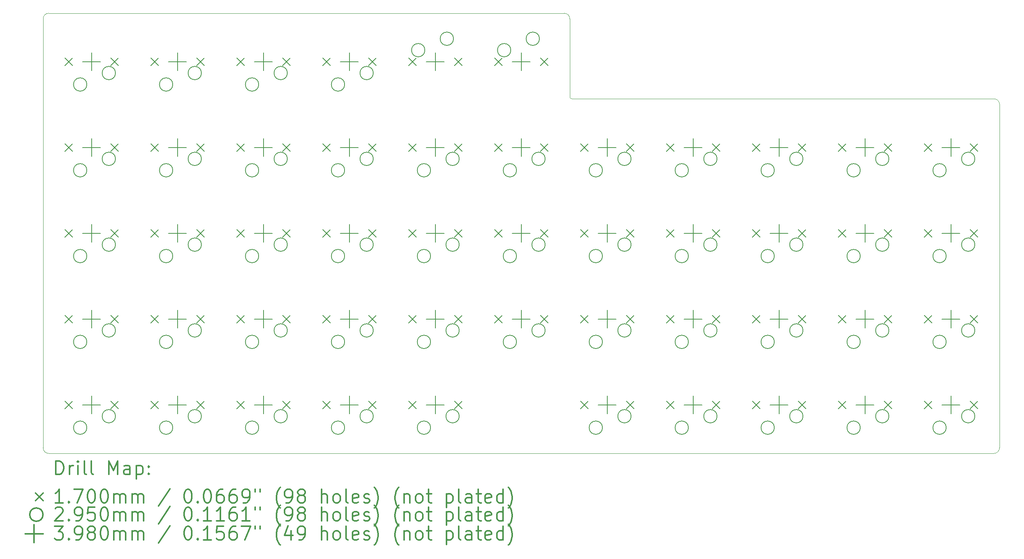
<source format=gbr>
%FSLAX45Y45*%
G04 Gerber Fmt 4.5, Leading zero omitted, Abs format (unit mm)*
G04 Created by KiCad (PCBNEW (5.1.10)-1) date 2021-10-22 01:43:09*
%MOMM*%
%LPD*%
G01*
G04 APERTURE LIST*
%TA.AperFunction,Profile*%
%ADD10C,0.050000*%
%TD*%
%ADD11C,0.200000*%
%ADD12C,0.300000*%
G04 APERTURE END LIST*
D10*
X15642500Y-5825000D02*
X25000000Y-5825000D01*
X15600000Y-5782500D02*
X15600000Y-4050000D01*
X15642500Y-5825000D02*
G75*
G02*
X15600000Y-5782500I0J42500D01*
G01*
X25000000Y-5824975D02*
G75*
G02*
X25127500Y-5950000I0J-127525D01*
G01*
X25125000Y-13575000D02*
G75*
G02*
X25000000Y-13700000I-125000J0D01*
G01*
X15475000Y-3925000D02*
G75*
G02*
X15600000Y-4050000I0J-125000D01*
G01*
X4050000Y-13700000D02*
G75*
G02*
X3925000Y-13575000I0J125000D01*
G01*
X3925000Y-4050000D02*
G75*
G02*
X4050000Y-3925000I125000J0D01*
G01*
X3925000Y-4050000D02*
X3925000Y-13575000D01*
X15475000Y-3925000D02*
X4050000Y-3925000D01*
X25125000Y-13575000D02*
X25127500Y-5950000D01*
X4050000Y-13700000D02*
X25000000Y-13700000D01*
D11*
X4407000Y-4915000D02*
X4577000Y-5085000D01*
X4577000Y-4915000D02*
X4407000Y-5085000D01*
X4407000Y-6820000D02*
X4577000Y-6990000D01*
X4577000Y-6820000D02*
X4407000Y-6990000D01*
X4407000Y-8725000D02*
X4577000Y-8895000D01*
X4577000Y-8725000D02*
X4407000Y-8895000D01*
X4407000Y-10630000D02*
X4577000Y-10800000D01*
X4577000Y-10630000D02*
X4407000Y-10800000D01*
X4407000Y-12535000D02*
X4577000Y-12705000D01*
X4577000Y-12535000D02*
X4407000Y-12705000D01*
X5423000Y-4915000D02*
X5593000Y-5085000D01*
X5593000Y-4915000D02*
X5423000Y-5085000D01*
X5423000Y-6820000D02*
X5593000Y-6990000D01*
X5593000Y-6820000D02*
X5423000Y-6990000D01*
X5423000Y-8725000D02*
X5593000Y-8895000D01*
X5593000Y-8725000D02*
X5423000Y-8895000D01*
X5423000Y-10630000D02*
X5593000Y-10800000D01*
X5593000Y-10630000D02*
X5423000Y-10800000D01*
X5423000Y-12535000D02*
X5593000Y-12705000D01*
X5593000Y-12535000D02*
X5423000Y-12705000D01*
X6312000Y-4915000D02*
X6482000Y-5085000D01*
X6482000Y-4915000D02*
X6312000Y-5085000D01*
X6312000Y-6820000D02*
X6482000Y-6990000D01*
X6482000Y-6820000D02*
X6312000Y-6990000D01*
X6312000Y-8725000D02*
X6482000Y-8895000D01*
X6482000Y-8725000D02*
X6312000Y-8895000D01*
X6312000Y-10630000D02*
X6482000Y-10800000D01*
X6482000Y-10630000D02*
X6312000Y-10800000D01*
X6312000Y-12535000D02*
X6482000Y-12705000D01*
X6482000Y-12535000D02*
X6312000Y-12705000D01*
X7328000Y-4915000D02*
X7498000Y-5085000D01*
X7498000Y-4915000D02*
X7328000Y-5085000D01*
X7328000Y-6820000D02*
X7498000Y-6990000D01*
X7498000Y-6820000D02*
X7328000Y-6990000D01*
X7328000Y-8725000D02*
X7498000Y-8895000D01*
X7498000Y-8725000D02*
X7328000Y-8895000D01*
X7328000Y-10630000D02*
X7498000Y-10800000D01*
X7498000Y-10630000D02*
X7328000Y-10800000D01*
X7328000Y-12535000D02*
X7498000Y-12705000D01*
X7498000Y-12535000D02*
X7328000Y-12705000D01*
X8217000Y-4915000D02*
X8387000Y-5085000D01*
X8387000Y-4915000D02*
X8217000Y-5085000D01*
X8217000Y-6820000D02*
X8387000Y-6990000D01*
X8387000Y-6820000D02*
X8217000Y-6990000D01*
X8217000Y-8725000D02*
X8387000Y-8895000D01*
X8387000Y-8725000D02*
X8217000Y-8895000D01*
X8217000Y-10630000D02*
X8387000Y-10800000D01*
X8387000Y-10630000D02*
X8217000Y-10800000D01*
X8217000Y-12535000D02*
X8387000Y-12705000D01*
X8387000Y-12535000D02*
X8217000Y-12705000D01*
X9233000Y-4915000D02*
X9403000Y-5085000D01*
X9403000Y-4915000D02*
X9233000Y-5085000D01*
X9233000Y-6820000D02*
X9403000Y-6990000D01*
X9403000Y-6820000D02*
X9233000Y-6990000D01*
X9233000Y-8725000D02*
X9403000Y-8895000D01*
X9403000Y-8725000D02*
X9233000Y-8895000D01*
X9233000Y-10630000D02*
X9403000Y-10800000D01*
X9403000Y-10630000D02*
X9233000Y-10800000D01*
X9233000Y-12535000D02*
X9403000Y-12705000D01*
X9403000Y-12535000D02*
X9233000Y-12705000D01*
X10122000Y-4915000D02*
X10292000Y-5085000D01*
X10292000Y-4915000D02*
X10122000Y-5085000D01*
X10122000Y-6820000D02*
X10292000Y-6990000D01*
X10292000Y-6820000D02*
X10122000Y-6990000D01*
X10122000Y-8725000D02*
X10292000Y-8895000D01*
X10292000Y-8725000D02*
X10122000Y-8895000D01*
X10122000Y-10630000D02*
X10292000Y-10800000D01*
X10292000Y-10630000D02*
X10122000Y-10800000D01*
X10122000Y-12535000D02*
X10292000Y-12705000D01*
X10292000Y-12535000D02*
X10122000Y-12705000D01*
X11138000Y-4915000D02*
X11308000Y-5085000D01*
X11308000Y-4915000D02*
X11138000Y-5085000D01*
X11138000Y-6820000D02*
X11308000Y-6990000D01*
X11308000Y-6820000D02*
X11138000Y-6990000D01*
X11138000Y-8725000D02*
X11308000Y-8895000D01*
X11308000Y-8725000D02*
X11138000Y-8895000D01*
X11138000Y-10630000D02*
X11308000Y-10800000D01*
X11308000Y-10630000D02*
X11138000Y-10800000D01*
X11138000Y-12535000D02*
X11308000Y-12705000D01*
X11308000Y-12535000D02*
X11138000Y-12705000D01*
X12027000Y-4915000D02*
X12197000Y-5085000D01*
X12197000Y-4915000D02*
X12027000Y-5085000D01*
X12027000Y-6820000D02*
X12197000Y-6990000D01*
X12197000Y-6820000D02*
X12027000Y-6990000D01*
X12027000Y-8725000D02*
X12197000Y-8895000D01*
X12197000Y-8725000D02*
X12027000Y-8895000D01*
X12027000Y-10630000D02*
X12197000Y-10800000D01*
X12197000Y-10630000D02*
X12027000Y-10800000D01*
X12027000Y-12535000D02*
X12197000Y-12705000D01*
X12197000Y-12535000D02*
X12027000Y-12705000D01*
X13043000Y-4915000D02*
X13213000Y-5085000D01*
X13213000Y-4915000D02*
X13043000Y-5085000D01*
X13043000Y-6820000D02*
X13213000Y-6990000D01*
X13213000Y-6820000D02*
X13043000Y-6990000D01*
X13043000Y-8725000D02*
X13213000Y-8895000D01*
X13213000Y-8725000D02*
X13043000Y-8895000D01*
X13043000Y-10630000D02*
X13213000Y-10800000D01*
X13213000Y-10630000D02*
X13043000Y-10800000D01*
X13043000Y-12535000D02*
X13213000Y-12705000D01*
X13213000Y-12535000D02*
X13043000Y-12705000D01*
X13932000Y-4915000D02*
X14102000Y-5085000D01*
X14102000Y-4915000D02*
X13932000Y-5085000D01*
X13932000Y-6820000D02*
X14102000Y-6990000D01*
X14102000Y-6820000D02*
X13932000Y-6990000D01*
X13932000Y-8725000D02*
X14102000Y-8895000D01*
X14102000Y-8725000D02*
X13932000Y-8895000D01*
X13932000Y-10630000D02*
X14102000Y-10800000D01*
X14102000Y-10630000D02*
X13932000Y-10800000D01*
X14948000Y-4915000D02*
X15118000Y-5085000D01*
X15118000Y-4915000D02*
X14948000Y-5085000D01*
X14948000Y-6820000D02*
X15118000Y-6990000D01*
X15118000Y-6820000D02*
X14948000Y-6990000D01*
X14948000Y-8725000D02*
X15118000Y-8895000D01*
X15118000Y-8725000D02*
X14948000Y-8895000D01*
X14948000Y-10630000D02*
X15118000Y-10800000D01*
X15118000Y-10630000D02*
X14948000Y-10800000D01*
X15837000Y-6820000D02*
X16007000Y-6990000D01*
X16007000Y-6820000D02*
X15837000Y-6990000D01*
X15837000Y-8725000D02*
X16007000Y-8895000D01*
X16007000Y-8725000D02*
X15837000Y-8895000D01*
X15837000Y-10630000D02*
X16007000Y-10800000D01*
X16007000Y-10630000D02*
X15837000Y-10800000D01*
X15837000Y-12535000D02*
X16007000Y-12705000D01*
X16007000Y-12535000D02*
X15837000Y-12705000D01*
X16853000Y-6820000D02*
X17023000Y-6990000D01*
X17023000Y-6820000D02*
X16853000Y-6990000D01*
X16853000Y-8725000D02*
X17023000Y-8895000D01*
X17023000Y-8725000D02*
X16853000Y-8895000D01*
X16853000Y-10630000D02*
X17023000Y-10800000D01*
X17023000Y-10630000D02*
X16853000Y-10800000D01*
X16853000Y-12535000D02*
X17023000Y-12705000D01*
X17023000Y-12535000D02*
X16853000Y-12705000D01*
X17742000Y-6820000D02*
X17912000Y-6990000D01*
X17912000Y-6820000D02*
X17742000Y-6990000D01*
X17742000Y-8725000D02*
X17912000Y-8895000D01*
X17912000Y-8725000D02*
X17742000Y-8895000D01*
X17742000Y-10630000D02*
X17912000Y-10800000D01*
X17912000Y-10630000D02*
X17742000Y-10800000D01*
X17742000Y-12535000D02*
X17912000Y-12705000D01*
X17912000Y-12535000D02*
X17742000Y-12705000D01*
X18758000Y-6820000D02*
X18928000Y-6990000D01*
X18928000Y-6820000D02*
X18758000Y-6990000D01*
X18758000Y-8725000D02*
X18928000Y-8895000D01*
X18928000Y-8725000D02*
X18758000Y-8895000D01*
X18758000Y-10630000D02*
X18928000Y-10800000D01*
X18928000Y-10630000D02*
X18758000Y-10800000D01*
X18758000Y-12535000D02*
X18928000Y-12705000D01*
X18928000Y-12535000D02*
X18758000Y-12705000D01*
X19647000Y-6820000D02*
X19817000Y-6990000D01*
X19817000Y-6820000D02*
X19647000Y-6990000D01*
X19647000Y-8725000D02*
X19817000Y-8895000D01*
X19817000Y-8725000D02*
X19647000Y-8895000D01*
X19647000Y-10630000D02*
X19817000Y-10800000D01*
X19817000Y-10630000D02*
X19647000Y-10800000D01*
X19647000Y-12535000D02*
X19817000Y-12705000D01*
X19817000Y-12535000D02*
X19647000Y-12705000D01*
X20663000Y-6820000D02*
X20833000Y-6990000D01*
X20833000Y-6820000D02*
X20663000Y-6990000D01*
X20663000Y-8725000D02*
X20833000Y-8895000D01*
X20833000Y-8725000D02*
X20663000Y-8895000D01*
X20663000Y-10630000D02*
X20833000Y-10800000D01*
X20833000Y-10630000D02*
X20663000Y-10800000D01*
X20663000Y-12535000D02*
X20833000Y-12705000D01*
X20833000Y-12535000D02*
X20663000Y-12705000D01*
X21552000Y-6820000D02*
X21722000Y-6990000D01*
X21722000Y-6820000D02*
X21552000Y-6990000D01*
X21552000Y-8725000D02*
X21722000Y-8895000D01*
X21722000Y-8725000D02*
X21552000Y-8895000D01*
X21552000Y-10630000D02*
X21722000Y-10800000D01*
X21722000Y-10630000D02*
X21552000Y-10800000D01*
X21552000Y-12535000D02*
X21722000Y-12705000D01*
X21722000Y-12535000D02*
X21552000Y-12705000D01*
X22568000Y-6820000D02*
X22738000Y-6990000D01*
X22738000Y-6820000D02*
X22568000Y-6990000D01*
X22568000Y-8725000D02*
X22738000Y-8895000D01*
X22738000Y-8725000D02*
X22568000Y-8895000D01*
X22568000Y-10630000D02*
X22738000Y-10800000D01*
X22738000Y-10630000D02*
X22568000Y-10800000D01*
X22568000Y-12535000D02*
X22738000Y-12705000D01*
X22738000Y-12535000D02*
X22568000Y-12705000D01*
X23457000Y-6820000D02*
X23627000Y-6990000D01*
X23627000Y-6820000D02*
X23457000Y-6990000D01*
X23457000Y-8725000D02*
X23627000Y-8895000D01*
X23627000Y-8725000D02*
X23457000Y-8895000D01*
X23457000Y-10630000D02*
X23627000Y-10800000D01*
X23627000Y-10630000D02*
X23457000Y-10800000D01*
X23457000Y-12535000D02*
X23627000Y-12705000D01*
X23627000Y-12535000D02*
X23457000Y-12705000D01*
X24473000Y-6820000D02*
X24643000Y-6990000D01*
X24643000Y-6820000D02*
X24473000Y-6990000D01*
X24473000Y-8725000D02*
X24643000Y-8895000D01*
X24643000Y-8725000D02*
X24473000Y-8895000D01*
X24473000Y-10630000D02*
X24643000Y-10800000D01*
X24643000Y-10630000D02*
X24473000Y-10800000D01*
X24473000Y-12535000D02*
X24643000Y-12705000D01*
X24643000Y-12535000D02*
X24473000Y-12705000D01*
X4893500Y-5508000D02*
G75*
G03*
X4893500Y-5508000I-147500J0D01*
G01*
X4893500Y-7413000D02*
G75*
G03*
X4893500Y-7413000I-147500J0D01*
G01*
X4893500Y-9318000D02*
G75*
G03*
X4893500Y-9318000I-147500J0D01*
G01*
X4893500Y-11223000D02*
G75*
G03*
X4893500Y-11223000I-147500J0D01*
G01*
X4893500Y-13128000D02*
G75*
G03*
X4893500Y-13128000I-147500J0D01*
G01*
X5528500Y-5254000D02*
G75*
G03*
X5528500Y-5254000I-147500J0D01*
G01*
X5528500Y-7159000D02*
G75*
G03*
X5528500Y-7159000I-147500J0D01*
G01*
X5528500Y-9064000D02*
G75*
G03*
X5528500Y-9064000I-147500J0D01*
G01*
X5528500Y-10969000D02*
G75*
G03*
X5528500Y-10969000I-147500J0D01*
G01*
X5528500Y-12874000D02*
G75*
G03*
X5528500Y-12874000I-147500J0D01*
G01*
X6798500Y-5508000D02*
G75*
G03*
X6798500Y-5508000I-147500J0D01*
G01*
X6798500Y-7413000D02*
G75*
G03*
X6798500Y-7413000I-147500J0D01*
G01*
X6798500Y-9318000D02*
G75*
G03*
X6798500Y-9318000I-147500J0D01*
G01*
X6798500Y-11223000D02*
G75*
G03*
X6798500Y-11223000I-147500J0D01*
G01*
X6798500Y-13128000D02*
G75*
G03*
X6798500Y-13128000I-147500J0D01*
G01*
X7433500Y-5254000D02*
G75*
G03*
X7433500Y-5254000I-147500J0D01*
G01*
X7433500Y-7159000D02*
G75*
G03*
X7433500Y-7159000I-147500J0D01*
G01*
X7433500Y-9064000D02*
G75*
G03*
X7433500Y-9064000I-147500J0D01*
G01*
X7433500Y-10969000D02*
G75*
G03*
X7433500Y-10969000I-147500J0D01*
G01*
X7433500Y-12874000D02*
G75*
G03*
X7433500Y-12874000I-147500J0D01*
G01*
X8703500Y-5508000D02*
G75*
G03*
X8703500Y-5508000I-147500J0D01*
G01*
X8703500Y-7413000D02*
G75*
G03*
X8703500Y-7413000I-147500J0D01*
G01*
X8703500Y-9318000D02*
G75*
G03*
X8703500Y-9318000I-147500J0D01*
G01*
X8703500Y-11223000D02*
G75*
G03*
X8703500Y-11223000I-147500J0D01*
G01*
X8703500Y-13128000D02*
G75*
G03*
X8703500Y-13128000I-147500J0D01*
G01*
X9338500Y-5254000D02*
G75*
G03*
X9338500Y-5254000I-147500J0D01*
G01*
X9338500Y-7159000D02*
G75*
G03*
X9338500Y-7159000I-147500J0D01*
G01*
X9338500Y-9064000D02*
G75*
G03*
X9338500Y-9064000I-147500J0D01*
G01*
X9338500Y-10969000D02*
G75*
G03*
X9338500Y-10969000I-147500J0D01*
G01*
X9338500Y-12874000D02*
G75*
G03*
X9338500Y-12874000I-147500J0D01*
G01*
X10608500Y-5508000D02*
G75*
G03*
X10608500Y-5508000I-147500J0D01*
G01*
X10608500Y-7413000D02*
G75*
G03*
X10608500Y-7413000I-147500J0D01*
G01*
X10608500Y-9318000D02*
G75*
G03*
X10608500Y-9318000I-147500J0D01*
G01*
X10608500Y-11223000D02*
G75*
G03*
X10608500Y-11223000I-147500J0D01*
G01*
X10608500Y-13128000D02*
G75*
G03*
X10608500Y-13128000I-147500J0D01*
G01*
X11243500Y-5254000D02*
G75*
G03*
X11243500Y-5254000I-147500J0D01*
G01*
X11243500Y-7159000D02*
G75*
G03*
X11243500Y-7159000I-147500J0D01*
G01*
X11243500Y-9064000D02*
G75*
G03*
X11243500Y-9064000I-147500J0D01*
G01*
X11243500Y-10969000D02*
G75*
G03*
X11243500Y-10969000I-147500J0D01*
G01*
X11243500Y-12874000D02*
G75*
G03*
X11243500Y-12874000I-147500J0D01*
G01*
X12386500Y-4746000D02*
G75*
G03*
X12386500Y-4746000I-147500J0D01*
G01*
X12513500Y-7413000D02*
G75*
G03*
X12513500Y-7413000I-147500J0D01*
G01*
X12513500Y-9318000D02*
G75*
G03*
X12513500Y-9318000I-147500J0D01*
G01*
X12513500Y-11223000D02*
G75*
G03*
X12513500Y-11223000I-147500J0D01*
G01*
X12513500Y-13128000D02*
G75*
G03*
X12513500Y-13128000I-147500J0D01*
G01*
X13021500Y-4492000D02*
G75*
G03*
X13021500Y-4492000I-147500J0D01*
G01*
X13148500Y-7159000D02*
G75*
G03*
X13148500Y-7159000I-147500J0D01*
G01*
X13148500Y-9064000D02*
G75*
G03*
X13148500Y-9064000I-147500J0D01*
G01*
X13148500Y-10969000D02*
G75*
G03*
X13148500Y-10969000I-147500J0D01*
G01*
X13148500Y-12874000D02*
G75*
G03*
X13148500Y-12874000I-147500J0D01*
G01*
X14291500Y-4746000D02*
G75*
G03*
X14291500Y-4746000I-147500J0D01*
G01*
X14418500Y-7413000D02*
G75*
G03*
X14418500Y-7413000I-147500J0D01*
G01*
X14418500Y-9318000D02*
G75*
G03*
X14418500Y-9318000I-147500J0D01*
G01*
X14418500Y-11223000D02*
G75*
G03*
X14418500Y-11223000I-147500J0D01*
G01*
X14926500Y-4492000D02*
G75*
G03*
X14926500Y-4492000I-147500J0D01*
G01*
X15053500Y-7159000D02*
G75*
G03*
X15053500Y-7159000I-147500J0D01*
G01*
X15053500Y-9064000D02*
G75*
G03*
X15053500Y-9064000I-147500J0D01*
G01*
X15053500Y-10969000D02*
G75*
G03*
X15053500Y-10969000I-147500J0D01*
G01*
X16323500Y-7413000D02*
G75*
G03*
X16323500Y-7413000I-147500J0D01*
G01*
X16323500Y-9318000D02*
G75*
G03*
X16323500Y-9318000I-147500J0D01*
G01*
X16323500Y-11223000D02*
G75*
G03*
X16323500Y-11223000I-147500J0D01*
G01*
X16323500Y-13128000D02*
G75*
G03*
X16323500Y-13128000I-147500J0D01*
G01*
X16958500Y-7159000D02*
G75*
G03*
X16958500Y-7159000I-147500J0D01*
G01*
X16958500Y-9064000D02*
G75*
G03*
X16958500Y-9064000I-147500J0D01*
G01*
X16958500Y-10969000D02*
G75*
G03*
X16958500Y-10969000I-147500J0D01*
G01*
X16958500Y-12874000D02*
G75*
G03*
X16958500Y-12874000I-147500J0D01*
G01*
X18228500Y-7413000D02*
G75*
G03*
X18228500Y-7413000I-147500J0D01*
G01*
X18228500Y-9318000D02*
G75*
G03*
X18228500Y-9318000I-147500J0D01*
G01*
X18228500Y-11223000D02*
G75*
G03*
X18228500Y-11223000I-147500J0D01*
G01*
X18228500Y-13128000D02*
G75*
G03*
X18228500Y-13128000I-147500J0D01*
G01*
X18863500Y-7159000D02*
G75*
G03*
X18863500Y-7159000I-147500J0D01*
G01*
X18863500Y-9064000D02*
G75*
G03*
X18863500Y-9064000I-147500J0D01*
G01*
X18863500Y-10969000D02*
G75*
G03*
X18863500Y-10969000I-147500J0D01*
G01*
X18863500Y-12874000D02*
G75*
G03*
X18863500Y-12874000I-147500J0D01*
G01*
X20133500Y-7413000D02*
G75*
G03*
X20133500Y-7413000I-147500J0D01*
G01*
X20133500Y-9318000D02*
G75*
G03*
X20133500Y-9318000I-147500J0D01*
G01*
X20133500Y-11223000D02*
G75*
G03*
X20133500Y-11223000I-147500J0D01*
G01*
X20133500Y-13128000D02*
G75*
G03*
X20133500Y-13128000I-147500J0D01*
G01*
X20768500Y-7159000D02*
G75*
G03*
X20768500Y-7159000I-147500J0D01*
G01*
X20768500Y-9064000D02*
G75*
G03*
X20768500Y-9064000I-147500J0D01*
G01*
X20768500Y-10969000D02*
G75*
G03*
X20768500Y-10969000I-147500J0D01*
G01*
X20768500Y-12874000D02*
G75*
G03*
X20768500Y-12874000I-147500J0D01*
G01*
X22038500Y-7413000D02*
G75*
G03*
X22038500Y-7413000I-147500J0D01*
G01*
X22038500Y-9318000D02*
G75*
G03*
X22038500Y-9318000I-147500J0D01*
G01*
X22038500Y-11223000D02*
G75*
G03*
X22038500Y-11223000I-147500J0D01*
G01*
X22038500Y-13128000D02*
G75*
G03*
X22038500Y-13128000I-147500J0D01*
G01*
X22673500Y-7159000D02*
G75*
G03*
X22673500Y-7159000I-147500J0D01*
G01*
X22673500Y-9064000D02*
G75*
G03*
X22673500Y-9064000I-147500J0D01*
G01*
X22673500Y-10969000D02*
G75*
G03*
X22673500Y-10969000I-147500J0D01*
G01*
X22673500Y-12874000D02*
G75*
G03*
X22673500Y-12874000I-147500J0D01*
G01*
X23943500Y-7413000D02*
G75*
G03*
X23943500Y-7413000I-147500J0D01*
G01*
X23943500Y-9318000D02*
G75*
G03*
X23943500Y-9318000I-147500J0D01*
G01*
X23943500Y-11223000D02*
G75*
G03*
X23943500Y-11223000I-147500J0D01*
G01*
X23943500Y-13128000D02*
G75*
G03*
X23943500Y-13128000I-147500J0D01*
G01*
X24578500Y-7159000D02*
G75*
G03*
X24578500Y-7159000I-147500J0D01*
G01*
X24578500Y-9064000D02*
G75*
G03*
X24578500Y-9064000I-147500J0D01*
G01*
X24578500Y-10969000D02*
G75*
G03*
X24578500Y-10969000I-147500J0D01*
G01*
X24578500Y-12874000D02*
G75*
G03*
X24578500Y-12874000I-147500J0D01*
G01*
X5000000Y-4800991D02*
X5000000Y-5199009D01*
X4800991Y-5000000D02*
X5199009Y-5000000D01*
X5000000Y-6705991D02*
X5000000Y-7104009D01*
X4800991Y-6905000D02*
X5199009Y-6905000D01*
X5000000Y-8610991D02*
X5000000Y-9009009D01*
X4800991Y-8810000D02*
X5199009Y-8810000D01*
X5000000Y-10515991D02*
X5000000Y-10914009D01*
X4800991Y-10715000D02*
X5199009Y-10715000D01*
X5000000Y-12420991D02*
X5000000Y-12819009D01*
X4800991Y-12620000D02*
X5199009Y-12620000D01*
X6905000Y-4800991D02*
X6905000Y-5199009D01*
X6705991Y-5000000D02*
X7104009Y-5000000D01*
X6905000Y-6705991D02*
X6905000Y-7104009D01*
X6705991Y-6905000D02*
X7104009Y-6905000D01*
X6905000Y-8610991D02*
X6905000Y-9009009D01*
X6705991Y-8810000D02*
X7104009Y-8810000D01*
X6905000Y-10515991D02*
X6905000Y-10914009D01*
X6705991Y-10715000D02*
X7104009Y-10715000D01*
X6905000Y-12420991D02*
X6905000Y-12819009D01*
X6705991Y-12620000D02*
X7104009Y-12620000D01*
X8810000Y-4800991D02*
X8810000Y-5199009D01*
X8610991Y-5000000D02*
X9009009Y-5000000D01*
X8810000Y-6705991D02*
X8810000Y-7104009D01*
X8610991Y-6905000D02*
X9009009Y-6905000D01*
X8810000Y-8610991D02*
X8810000Y-9009009D01*
X8610991Y-8810000D02*
X9009009Y-8810000D01*
X8810000Y-10515991D02*
X8810000Y-10914009D01*
X8610991Y-10715000D02*
X9009009Y-10715000D01*
X8810000Y-12420991D02*
X8810000Y-12819009D01*
X8610991Y-12620000D02*
X9009009Y-12620000D01*
X10715000Y-4800991D02*
X10715000Y-5199009D01*
X10515991Y-5000000D02*
X10914009Y-5000000D01*
X10715000Y-6705991D02*
X10715000Y-7104009D01*
X10515991Y-6905000D02*
X10914009Y-6905000D01*
X10715000Y-8610991D02*
X10715000Y-9009009D01*
X10515991Y-8810000D02*
X10914009Y-8810000D01*
X10715000Y-10515991D02*
X10715000Y-10914009D01*
X10515991Y-10715000D02*
X10914009Y-10715000D01*
X10715000Y-12420991D02*
X10715000Y-12819009D01*
X10515991Y-12620000D02*
X10914009Y-12620000D01*
X12620000Y-4800991D02*
X12620000Y-5199009D01*
X12420991Y-5000000D02*
X12819009Y-5000000D01*
X12620000Y-6705991D02*
X12620000Y-7104009D01*
X12420991Y-6905000D02*
X12819009Y-6905000D01*
X12620000Y-8610991D02*
X12620000Y-9009009D01*
X12420991Y-8810000D02*
X12819009Y-8810000D01*
X12620000Y-10515991D02*
X12620000Y-10914009D01*
X12420991Y-10715000D02*
X12819009Y-10715000D01*
X12620000Y-12420991D02*
X12620000Y-12819009D01*
X12420991Y-12620000D02*
X12819009Y-12620000D01*
X14525000Y-4800991D02*
X14525000Y-5199009D01*
X14325991Y-5000000D02*
X14724009Y-5000000D01*
X14525000Y-6705991D02*
X14525000Y-7104009D01*
X14325991Y-6905000D02*
X14724009Y-6905000D01*
X14525000Y-8610991D02*
X14525000Y-9009009D01*
X14325991Y-8810000D02*
X14724009Y-8810000D01*
X14525000Y-10515991D02*
X14525000Y-10914009D01*
X14325991Y-10715000D02*
X14724009Y-10715000D01*
X16430000Y-6705991D02*
X16430000Y-7104009D01*
X16230991Y-6905000D02*
X16629009Y-6905000D01*
X16430000Y-8610991D02*
X16430000Y-9009009D01*
X16230991Y-8810000D02*
X16629009Y-8810000D01*
X16430000Y-10515991D02*
X16430000Y-10914009D01*
X16230991Y-10715000D02*
X16629009Y-10715000D01*
X16430000Y-12420991D02*
X16430000Y-12819009D01*
X16230991Y-12620000D02*
X16629009Y-12620000D01*
X18335000Y-6705991D02*
X18335000Y-7104009D01*
X18135991Y-6905000D02*
X18534009Y-6905000D01*
X18335000Y-8610991D02*
X18335000Y-9009009D01*
X18135991Y-8810000D02*
X18534009Y-8810000D01*
X18335000Y-10515991D02*
X18335000Y-10914009D01*
X18135991Y-10715000D02*
X18534009Y-10715000D01*
X18335000Y-12420991D02*
X18335000Y-12819009D01*
X18135991Y-12620000D02*
X18534009Y-12620000D01*
X20240000Y-6705991D02*
X20240000Y-7104009D01*
X20040991Y-6905000D02*
X20439009Y-6905000D01*
X20240000Y-8610991D02*
X20240000Y-9009009D01*
X20040991Y-8810000D02*
X20439009Y-8810000D01*
X20240000Y-10515991D02*
X20240000Y-10914009D01*
X20040991Y-10715000D02*
X20439009Y-10715000D01*
X20240000Y-12420991D02*
X20240000Y-12819009D01*
X20040991Y-12620000D02*
X20439009Y-12620000D01*
X22145000Y-6705991D02*
X22145000Y-7104009D01*
X21945991Y-6905000D02*
X22344009Y-6905000D01*
X22145000Y-8610991D02*
X22145000Y-9009009D01*
X21945991Y-8810000D02*
X22344009Y-8810000D01*
X22145000Y-10515991D02*
X22145000Y-10914009D01*
X21945991Y-10715000D02*
X22344009Y-10715000D01*
X22145000Y-12420991D02*
X22145000Y-12819009D01*
X21945991Y-12620000D02*
X22344009Y-12620000D01*
X24050000Y-6705991D02*
X24050000Y-7104009D01*
X23850991Y-6905000D02*
X24249009Y-6905000D01*
X24050000Y-8610991D02*
X24050000Y-9009009D01*
X23850991Y-8810000D02*
X24249009Y-8810000D01*
X24050000Y-10515991D02*
X24050000Y-10914009D01*
X23850991Y-10715000D02*
X24249009Y-10715000D01*
X24050000Y-12420991D02*
X24050000Y-12819009D01*
X23850991Y-12620000D02*
X24249009Y-12620000D01*
D12*
X4208928Y-14168214D02*
X4208928Y-13868214D01*
X4280357Y-13868214D01*
X4323214Y-13882500D01*
X4351786Y-13911071D01*
X4366071Y-13939643D01*
X4380357Y-13996786D01*
X4380357Y-14039643D01*
X4366071Y-14096786D01*
X4351786Y-14125357D01*
X4323214Y-14153929D01*
X4280357Y-14168214D01*
X4208928Y-14168214D01*
X4508928Y-14168214D02*
X4508928Y-13968214D01*
X4508928Y-14025357D02*
X4523214Y-13996786D01*
X4537500Y-13982500D01*
X4566071Y-13968214D01*
X4594643Y-13968214D01*
X4694643Y-14168214D02*
X4694643Y-13968214D01*
X4694643Y-13868214D02*
X4680357Y-13882500D01*
X4694643Y-13896786D01*
X4708928Y-13882500D01*
X4694643Y-13868214D01*
X4694643Y-13896786D01*
X4880357Y-14168214D02*
X4851786Y-14153929D01*
X4837500Y-14125357D01*
X4837500Y-13868214D01*
X5037500Y-14168214D02*
X5008928Y-14153929D01*
X4994643Y-14125357D01*
X4994643Y-13868214D01*
X5380357Y-14168214D02*
X5380357Y-13868214D01*
X5480357Y-14082500D01*
X5580357Y-13868214D01*
X5580357Y-14168214D01*
X5851786Y-14168214D02*
X5851786Y-14011071D01*
X5837500Y-13982500D01*
X5808928Y-13968214D01*
X5751786Y-13968214D01*
X5723214Y-13982500D01*
X5851786Y-14153929D02*
X5823214Y-14168214D01*
X5751786Y-14168214D01*
X5723214Y-14153929D01*
X5708928Y-14125357D01*
X5708928Y-14096786D01*
X5723214Y-14068214D01*
X5751786Y-14053929D01*
X5823214Y-14053929D01*
X5851786Y-14039643D01*
X5994643Y-13968214D02*
X5994643Y-14268214D01*
X5994643Y-13982500D02*
X6023214Y-13968214D01*
X6080357Y-13968214D01*
X6108928Y-13982500D01*
X6123214Y-13996786D01*
X6137500Y-14025357D01*
X6137500Y-14111071D01*
X6123214Y-14139643D01*
X6108928Y-14153929D01*
X6080357Y-14168214D01*
X6023214Y-14168214D01*
X5994643Y-14153929D01*
X6266071Y-14139643D02*
X6280357Y-14153929D01*
X6266071Y-14168214D01*
X6251786Y-14153929D01*
X6266071Y-14139643D01*
X6266071Y-14168214D01*
X6266071Y-13982500D02*
X6280357Y-13996786D01*
X6266071Y-14011071D01*
X6251786Y-13996786D01*
X6266071Y-13982500D01*
X6266071Y-14011071D01*
X3752500Y-14577500D02*
X3922500Y-14747500D01*
X3922500Y-14577500D02*
X3752500Y-14747500D01*
X4366071Y-14798214D02*
X4194643Y-14798214D01*
X4280357Y-14798214D02*
X4280357Y-14498214D01*
X4251786Y-14541071D01*
X4223214Y-14569643D01*
X4194643Y-14583929D01*
X4494643Y-14769643D02*
X4508928Y-14783929D01*
X4494643Y-14798214D01*
X4480357Y-14783929D01*
X4494643Y-14769643D01*
X4494643Y-14798214D01*
X4608928Y-14498214D02*
X4808928Y-14498214D01*
X4680357Y-14798214D01*
X4980357Y-14498214D02*
X5008928Y-14498214D01*
X5037500Y-14512500D01*
X5051786Y-14526786D01*
X5066071Y-14555357D01*
X5080357Y-14612500D01*
X5080357Y-14683929D01*
X5066071Y-14741071D01*
X5051786Y-14769643D01*
X5037500Y-14783929D01*
X5008928Y-14798214D01*
X4980357Y-14798214D01*
X4951786Y-14783929D01*
X4937500Y-14769643D01*
X4923214Y-14741071D01*
X4908928Y-14683929D01*
X4908928Y-14612500D01*
X4923214Y-14555357D01*
X4937500Y-14526786D01*
X4951786Y-14512500D01*
X4980357Y-14498214D01*
X5266071Y-14498214D02*
X5294643Y-14498214D01*
X5323214Y-14512500D01*
X5337500Y-14526786D01*
X5351786Y-14555357D01*
X5366071Y-14612500D01*
X5366071Y-14683929D01*
X5351786Y-14741071D01*
X5337500Y-14769643D01*
X5323214Y-14783929D01*
X5294643Y-14798214D01*
X5266071Y-14798214D01*
X5237500Y-14783929D01*
X5223214Y-14769643D01*
X5208928Y-14741071D01*
X5194643Y-14683929D01*
X5194643Y-14612500D01*
X5208928Y-14555357D01*
X5223214Y-14526786D01*
X5237500Y-14512500D01*
X5266071Y-14498214D01*
X5494643Y-14798214D02*
X5494643Y-14598214D01*
X5494643Y-14626786D02*
X5508928Y-14612500D01*
X5537500Y-14598214D01*
X5580357Y-14598214D01*
X5608928Y-14612500D01*
X5623214Y-14641071D01*
X5623214Y-14798214D01*
X5623214Y-14641071D02*
X5637500Y-14612500D01*
X5666071Y-14598214D01*
X5708928Y-14598214D01*
X5737500Y-14612500D01*
X5751786Y-14641071D01*
X5751786Y-14798214D01*
X5894643Y-14798214D02*
X5894643Y-14598214D01*
X5894643Y-14626786D02*
X5908928Y-14612500D01*
X5937500Y-14598214D01*
X5980357Y-14598214D01*
X6008928Y-14612500D01*
X6023214Y-14641071D01*
X6023214Y-14798214D01*
X6023214Y-14641071D02*
X6037500Y-14612500D01*
X6066071Y-14598214D01*
X6108928Y-14598214D01*
X6137500Y-14612500D01*
X6151786Y-14641071D01*
X6151786Y-14798214D01*
X6737500Y-14483929D02*
X6480357Y-14869643D01*
X7123214Y-14498214D02*
X7151786Y-14498214D01*
X7180357Y-14512500D01*
X7194643Y-14526786D01*
X7208928Y-14555357D01*
X7223214Y-14612500D01*
X7223214Y-14683929D01*
X7208928Y-14741071D01*
X7194643Y-14769643D01*
X7180357Y-14783929D01*
X7151786Y-14798214D01*
X7123214Y-14798214D01*
X7094643Y-14783929D01*
X7080357Y-14769643D01*
X7066071Y-14741071D01*
X7051786Y-14683929D01*
X7051786Y-14612500D01*
X7066071Y-14555357D01*
X7080357Y-14526786D01*
X7094643Y-14512500D01*
X7123214Y-14498214D01*
X7351786Y-14769643D02*
X7366071Y-14783929D01*
X7351786Y-14798214D01*
X7337500Y-14783929D01*
X7351786Y-14769643D01*
X7351786Y-14798214D01*
X7551786Y-14498214D02*
X7580357Y-14498214D01*
X7608928Y-14512500D01*
X7623214Y-14526786D01*
X7637500Y-14555357D01*
X7651786Y-14612500D01*
X7651786Y-14683929D01*
X7637500Y-14741071D01*
X7623214Y-14769643D01*
X7608928Y-14783929D01*
X7580357Y-14798214D01*
X7551786Y-14798214D01*
X7523214Y-14783929D01*
X7508928Y-14769643D01*
X7494643Y-14741071D01*
X7480357Y-14683929D01*
X7480357Y-14612500D01*
X7494643Y-14555357D01*
X7508928Y-14526786D01*
X7523214Y-14512500D01*
X7551786Y-14498214D01*
X7908928Y-14498214D02*
X7851786Y-14498214D01*
X7823214Y-14512500D01*
X7808928Y-14526786D01*
X7780357Y-14569643D01*
X7766071Y-14626786D01*
X7766071Y-14741071D01*
X7780357Y-14769643D01*
X7794643Y-14783929D01*
X7823214Y-14798214D01*
X7880357Y-14798214D01*
X7908928Y-14783929D01*
X7923214Y-14769643D01*
X7937500Y-14741071D01*
X7937500Y-14669643D01*
X7923214Y-14641071D01*
X7908928Y-14626786D01*
X7880357Y-14612500D01*
X7823214Y-14612500D01*
X7794643Y-14626786D01*
X7780357Y-14641071D01*
X7766071Y-14669643D01*
X8194643Y-14498214D02*
X8137500Y-14498214D01*
X8108928Y-14512500D01*
X8094643Y-14526786D01*
X8066071Y-14569643D01*
X8051786Y-14626786D01*
X8051786Y-14741071D01*
X8066071Y-14769643D01*
X8080357Y-14783929D01*
X8108928Y-14798214D01*
X8166071Y-14798214D01*
X8194643Y-14783929D01*
X8208928Y-14769643D01*
X8223214Y-14741071D01*
X8223214Y-14669643D01*
X8208928Y-14641071D01*
X8194643Y-14626786D01*
X8166071Y-14612500D01*
X8108928Y-14612500D01*
X8080357Y-14626786D01*
X8066071Y-14641071D01*
X8051786Y-14669643D01*
X8366071Y-14798214D02*
X8423214Y-14798214D01*
X8451786Y-14783929D01*
X8466071Y-14769643D01*
X8494643Y-14726786D01*
X8508928Y-14669643D01*
X8508928Y-14555357D01*
X8494643Y-14526786D01*
X8480357Y-14512500D01*
X8451786Y-14498214D01*
X8394643Y-14498214D01*
X8366071Y-14512500D01*
X8351786Y-14526786D01*
X8337500Y-14555357D01*
X8337500Y-14626786D01*
X8351786Y-14655357D01*
X8366071Y-14669643D01*
X8394643Y-14683929D01*
X8451786Y-14683929D01*
X8480357Y-14669643D01*
X8494643Y-14655357D01*
X8508928Y-14626786D01*
X8623214Y-14498214D02*
X8623214Y-14555357D01*
X8737500Y-14498214D02*
X8737500Y-14555357D01*
X9180357Y-14912500D02*
X9166071Y-14898214D01*
X9137500Y-14855357D01*
X9123214Y-14826786D01*
X9108928Y-14783929D01*
X9094643Y-14712500D01*
X9094643Y-14655357D01*
X9108928Y-14583929D01*
X9123214Y-14541071D01*
X9137500Y-14512500D01*
X9166071Y-14469643D01*
X9180357Y-14455357D01*
X9308928Y-14798214D02*
X9366071Y-14798214D01*
X9394643Y-14783929D01*
X9408928Y-14769643D01*
X9437500Y-14726786D01*
X9451786Y-14669643D01*
X9451786Y-14555357D01*
X9437500Y-14526786D01*
X9423214Y-14512500D01*
X9394643Y-14498214D01*
X9337500Y-14498214D01*
X9308928Y-14512500D01*
X9294643Y-14526786D01*
X9280357Y-14555357D01*
X9280357Y-14626786D01*
X9294643Y-14655357D01*
X9308928Y-14669643D01*
X9337500Y-14683929D01*
X9394643Y-14683929D01*
X9423214Y-14669643D01*
X9437500Y-14655357D01*
X9451786Y-14626786D01*
X9623214Y-14626786D02*
X9594643Y-14612500D01*
X9580357Y-14598214D01*
X9566071Y-14569643D01*
X9566071Y-14555357D01*
X9580357Y-14526786D01*
X9594643Y-14512500D01*
X9623214Y-14498214D01*
X9680357Y-14498214D01*
X9708928Y-14512500D01*
X9723214Y-14526786D01*
X9737500Y-14555357D01*
X9737500Y-14569643D01*
X9723214Y-14598214D01*
X9708928Y-14612500D01*
X9680357Y-14626786D01*
X9623214Y-14626786D01*
X9594643Y-14641071D01*
X9580357Y-14655357D01*
X9566071Y-14683929D01*
X9566071Y-14741071D01*
X9580357Y-14769643D01*
X9594643Y-14783929D01*
X9623214Y-14798214D01*
X9680357Y-14798214D01*
X9708928Y-14783929D01*
X9723214Y-14769643D01*
X9737500Y-14741071D01*
X9737500Y-14683929D01*
X9723214Y-14655357D01*
X9708928Y-14641071D01*
X9680357Y-14626786D01*
X10094643Y-14798214D02*
X10094643Y-14498214D01*
X10223214Y-14798214D02*
X10223214Y-14641071D01*
X10208928Y-14612500D01*
X10180357Y-14598214D01*
X10137500Y-14598214D01*
X10108928Y-14612500D01*
X10094643Y-14626786D01*
X10408928Y-14798214D02*
X10380357Y-14783929D01*
X10366071Y-14769643D01*
X10351786Y-14741071D01*
X10351786Y-14655357D01*
X10366071Y-14626786D01*
X10380357Y-14612500D01*
X10408928Y-14598214D01*
X10451786Y-14598214D01*
X10480357Y-14612500D01*
X10494643Y-14626786D01*
X10508928Y-14655357D01*
X10508928Y-14741071D01*
X10494643Y-14769643D01*
X10480357Y-14783929D01*
X10451786Y-14798214D01*
X10408928Y-14798214D01*
X10680357Y-14798214D02*
X10651786Y-14783929D01*
X10637500Y-14755357D01*
X10637500Y-14498214D01*
X10908928Y-14783929D02*
X10880357Y-14798214D01*
X10823214Y-14798214D01*
X10794643Y-14783929D01*
X10780357Y-14755357D01*
X10780357Y-14641071D01*
X10794643Y-14612500D01*
X10823214Y-14598214D01*
X10880357Y-14598214D01*
X10908928Y-14612500D01*
X10923214Y-14641071D01*
X10923214Y-14669643D01*
X10780357Y-14698214D01*
X11037500Y-14783929D02*
X11066071Y-14798214D01*
X11123214Y-14798214D01*
X11151786Y-14783929D01*
X11166071Y-14755357D01*
X11166071Y-14741071D01*
X11151786Y-14712500D01*
X11123214Y-14698214D01*
X11080357Y-14698214D01*
X11051786Y-14683929D01*
X11037500Y-14655357D01*
X11037500Y-14641071D01*
X11051786Y-14612500D01*
X11080357Y-14598214D01*
X11123214Y-14598214D01*
X11151786Y-14612500D01*
X11266071Y-14912500D02*
X11280357Y-14898214D01*
X11308928Y-14855357D01*
X11323214Y-14826786D01*
X11337500Y-14783929D01*
X11351786Y-14712500D01*
X11351786Y-14655357D01*
X11337500Y-14583929D01*
X11323214Y-14541071D01*
X11308928Y-14512500D01*
X11280357Y-14469643D01*
X11266071Y-14455357D01*
X11808928Y-14912500D02*
X11794643Y-14898214D01*
X11766071Y-14855357D01*
X11751786Y-14826786D01*
X11737500Y-14783929D01*
X11723214Y-14712500D01*
X11723214Y-14655357D01*
X11737500Y-14583929D01*
X11751786Y-14541071D01*
X11766071Y-14512500D01*
X11794643Y-14469643D01*
X11808928Y-14455357D01*
X11923214Y-14598214D02*
X11923214Y-14798214D01*
X11923214Y-14626786D02*
X11937500Y-14612500D01*
X11966071Y-14598214D01*
X12008928Y-14598214D01*
X12037500Y-14612500D01*
X12051786Y-14641071D01*
X12051786Y-14798214D01*
X12237500Y-14798214D02*
X12208928Y-14783929D01*
X12194643Y-14769643D01*
X12180357Y-14741071D01*
X12180357Y-14655357D01*
X12194643Y-14626786D01*
X12208928Y-14612500D01*
X12237500Y-14598214D01*
X12280357Y-14598214D01*
X12308928Y-14612500D01*
X12323214Y-14626786D01*
X12337500Y-14655357D01*
X12337500Y-14741071D01*
X12323214Y-14769643D01*
X12308928Y-14783929D01*
X12280357Y-14798214D01*
X12237500Y-14798214D01*
X12423214Y-14598214D02*
X12537500Y-14598214D01*
X12466071Y-14498214D02*
X12466071Y-14755357D01*
X12480357Y-14783929D01*
X12508928Y-14798214D01*
X12537500Y-14798214D01*
X12866071Y-14598214D02*
X12866071Y-14898214D01*
X12866071Y-14612500D02*
X12894643Y-14598214D01*
X12951786Y-14598214D01*
X12980357Y-14612500D01*
X12994643Y-14626786D01*
X13008928Y-14655357D01*
X13008928Y-14741071D01*
X12994643Y-14769643D01*
X12980357Y-14783929D01*
X12951786Y-14798214D01*
X12894643Y-14798214D01*
X12866071Y-14783929D01*
X13180357Y-14798214D02*
X13151786Y-14783929D01*
X13137500Y-14755357D01*
X13137500Y-14498214D01*
X13423214Y-14798214D02*
X13423214Y-14641071D01*
X13408928Y-14612500D01*
X13380357Y-14598214D01*
X13323214Y-14598214D01*
X13294643Y-14612500D01*
X13423214Y-14783929D02*
X13394643Y-14798214D01*
X13323214Y-14798214D01*
X13294643Y-14783929D01*
X13280357Y-14755357D01*
X13280357Y-14726786D01*
X13294643Y-14698214D01*
X13323214Y-14683929D01*
X13394643Y-14683929D01*
X13423214Y-14669643D01*
X13523214Y-14598214D02*
X13637500Y-14598214D01*
X13566071Y-14498214D02*
X13566071Y-14755357D01*
X13580357Y-14783929D01*
X13608928Y-14798214D01*
X13637500Y-14798214D01*
X13851786Y-14783929D02*
X13823214Y-14798214D01*
X13766071Y-14798214D01*
X13737500Y-14783929D01*
X13723214Y-14755357D01*
X13723214Y-14641071D01*
X13737500Y-14612500D01*
X13766071Y-14598214D01*
X13823214Y-14598214D01*
X13851786Y-14612500D01*
X13866071Y-14641071D01*
X13866071Y-14669643D01*
X13723214Y-14698214D01*
X14123214Y-14798214D02*
X14123214Y-14498214D01*
X14123214Y-14783929D02*
X14094643Y-14798214D01*
X14037500Y-14798214D01*
X14008928Y-14783929D01*
X13994643Y-14769643D01*
X13980357Y-14741071D01*
X13980357Y-14655357D01*
X13994643Y-14626786D01*
X14008928Y-14612500D01*
X14037500Y-14598214D01*
X14094643Y-14598214D01*
X14123214Y-14612500D01*
X14237500Y-14912500D02*
X14251786Y-14898214D01*
X14280357Y-14855357D01*
X14294643Y-14826786D01*
X14308928Y-14783929D01*
X14323214Y-14712500D01*
X14323214Y-14655357D01*
X14308928Y-14583929D01*
X14294643Y-14541071D01*
X14280357Y-14512500D01*
X14251786Y-14469643D01*
X14237500Y-14455357D01*
X3922500Y-15058500D02*
G75*
G03*
X3922500Y-15058500I-147500J0D01*
G01*
X4194643Y-14922786D02*
X4208928Y-14908500D01*
X4237500Y-14894214D01*
X4308928Y-14894214D01*
X4337500Y-14908500D01*
X4351786Y-14922786D01*
X4366071Y-14951357D01*
X4366071Y-14979929D01*
X4351786Y-15022786D01*
X4180357Y-15194214D01*
X4366071Y-15194214D01*
X4494643Y-15165643D02*
X4508928Y-15179929D01*
X4494643Y-15194214D01*
X4480357Y-15179929D01*
X4494643Y-15165643D01*
X4494643Y-15194214D01*
X4651786Y-15194214D02*
X4708928Y-15194214D01*
X4737500Y-15179929D01*
X4751786Y-15165643D01*
X4780357Y-15122786D01*
X4794643Y-15065643D01*
X4794643Y-14951357D01*
X4780357Y-14922786D01*
X4766071Y-14908500D01*
X4737500Y-14894214D01*
X4680357Y-14894214D01*
X4651786Y-14908500D01*
X4637500Y-14922786D01*
X4623214Y-14951357D01*
X4623214Y-15022786D01*
X4637500Y-15051357D01*
X4651786Y-15065643D01*
X4680357Y-15079929D01*
X4737500Y-15079929D01*
X4766071Y-15065643D01*
X4780357Y-15051357D01*
X4794643Y-15022786D01*
X5066071Y-14894214D02*
X4923214Y-14894214D01*
X4908928Y-15037071D01*
X4923214Y-15022786D01*
X4951786Y-15008500D01*
X5023214Y-15008500D01*
X5051786Y-15022786D01*
X5066071Y-15037071D01*
X5080357Y-15065643D01*
X5080357Y-15137071D01*
X5066071Y-15165643D01*
X5051786Y-15179929D01*
X5023214Y-15194214D01*
X4951786Y-15194214D01*
X4923214Y-15179929D01*
X4908928Y-15165643D01*
X5266071Y-14894214D02*
X5294643Y-14894214D01*
X5323214Y-14908500D01*
X5337500Y-14922786D01*
X5351786Y-14951357D01*
X5366071Y-15008500D01*
X5366071Y-15079929D01*
X5351786Y-15137071D01*
X5337500Y-15165643D01*
X5323214Y-15179929D01*
X5294643Y-15194214D01*
X5266071Y-15194214D01*
X5237500Y-15179929D01*
X5223214Y-15165643D01*
X5208928Y-15137071D01*
X5194643Y-15079929D01*
X5194643Y-15008500D01*
X5208928Y-14951357D01*
X5223214Y-14922786D01*
X5237500Y-14908500D01*
X5266071Y-14894214D01*
X5494643Y-15194214D02*
X5494643Y-14994214D01*
X5494643Y-15022786D02*
X5508928Y-15008500D01*
X5537500Y-14994214D01*
X5580357Y-14994214D01*
X5608928Y-15008500D01*
X5623214Y-15037071D01*
X5623214Y-15194214D01*
X5623214Y-15037071D02*
X5637500Y-15008500D01*
X5666071Y-14994214D01*
X5708928Y-14994214D01*
X5737500Y-15008500D01*
X5751786Y-15037071D01*
X5751786Y-15194214D01*
X5894643Y-15194214D02*
X5894643Y-14994214D01*
X5894643Y-15022786D02*
X5908928Y-15008500D01*
X5937500Y-14994214D01*
X5980357Y-14994214D01*
X6008928Y-15008500D01*
X6023214Y-15037071D01*
X6023214Y-15194214D01*
X6023214Y-15037071D02*
X6037500Y-15008500D01*
X6066071Y-14994214D01*
X6108928Y-14994214D01*
X6137500Y-15008500D01*
X6151786Y-15037071D01*
X6151786Y-15194214D01*
X6737500Y-14879929D02*
X6480357Y-15265643D01*
X7123214Y-14894214D02*
X7151786Y-14894214D01*
X7180357Y-14908500D01*
X7194643Y-14922786D01*
X7208928Y-14951357D01*
X7223214Y-15008500D01*
X7223214Y-15079929D01*
X7208928Y-15137071D01*
X7194643Y-15165643D01*
X7180357Y-15179929D01*
X7151786Y-15194214D01*
X7123214Y-15194214D01*
X7094643Y-15179929D01*
X7080357Y-15165643D01*
X7066071Y-15137071D01*
X7051786Y-15079929D01*
X7051786Y-15008500D01*
X7066071Y-14951357D01*
X7080357Y-14922786D01*
X7094643Y-14908500D01*
X7123214Y-14894214D01*
X7351786Y-15165643D02*
X7366071Y-15179929D01*
X7351786Y-15194214D01*
X7337500Y-15179929D01*
X7351786Y-15165643D01*
X7351786Y-15194214D01*
X7651786Y-15194214D02*
X7480357Y-15194214D01*
X7566071Y-15194214D02*
X7566071Y-14894214D01*
X7537500Y-14937071D01*
X7508928Y-14965643D01*
X7480357Y-14979929D01*
X7937500Y-15194214D02*
X7766071Y-15194214D01*
X7851786Y-15194214D02*
X7851786Y-14894214D01*
X7823214Y-14937071D01*
X7794643Y-14965643D01*
X7766071Y-14979929D01*
X8194643Y-14894214D02*
X8137500Y-14894214D01*
X8108928Y-14908500D01*
X8094643Y-14922786D01*
X8066071Y-14965643D01*
X8051786Y-15022786D01*
X8051786Y-15137071D01*
X8066071Y-15165643D01*
X8080357Y-15179929D01*
X8108928Y-15194214D01*
X8166071Y-15194214D01*
X8194643Y-15179929D01*
X8208928Y-15165643D01*
X8223214Y-15137071D01*
X8223214Y-15065643D01*
X8208928Y-15037071D01*
X8194643Y-15022786D01*
X8166071Y-15008500D01*
X8108928Y-15008500D01*
X8080357Y-15022786D01*
X8066071Y-15037071D01*
X8051786Y-15065643D01*
X8508928Y-15194214D02*
X8337500Y-15194214D01*
X8423214Y-15194214D02*
X8423214Y-14894214D01*
X8394643Y-14937071D01*
X8366071Y-14965643D01*
X8337500Y-14979929D01*
X8623214Y-14894214D02*
X8623214Y-14951357D01*
X8737500Y-14894214D02*
X8737500Y-14951357D01*
X9180357Y-15308500D02*
X9166071Y-15294214D01*
X9137500Y-15251357D01*
X9123214Y-15222786D01*
X9108928Y-15179929D01*
X9094643Y-15108500D01*
X9094643Y-15051357D01*
X9108928Y-14979929D01*
X9123214Y-14937071D01*
X9137500Y-14908500D01*
X9166071Y-14865643D01*
X9180357Y-14851357D01*
X9308928Y-15194214D02*
X9366071Y-15194214D01*
X9394643Y-15179929D01*
X9408928Y-15165643D01*
X9437500Y-15122786D01*
X9451786Y-15065643D01*
X9451786Y-14951357D01*
X9437500Y-14922786D01*
X9423214Y-14908500D01*
X9394643Y-14894214D01*
X9337500Y-14894214D01*
X9308928Y-14908500D01*
X9294643Y-14922786D01*
X9280357Y-14951357D01*
X9280357Y-15022786D01*
X9294643Y-15051357D01*
X9308928Y-15065643D01*
X9337500Y-15079929D01*
X9394643Y-15079929D01*
X9423214Y-15065643D01*
X9437500Y-15051357D01*
X9451786Y-15022786D01*
X9623214Y-15022786D02*
X9594643Y-15008500D01*
X9580357Y-14994214D01*
X9566071Y-14965643D01*
X9566071Y-14951357D01*
X9580357Y-14922786D01*
X9594643Y-14908500D01*
X9623214Y-14894214D01*
X9680357Y-14894214D01*
X9708928Y-14908500D01*
X9723214Y-14922786D01*
X9737500Y-14951357D01*
X9737500Y-14965643D01*
X9723214Y-14994214D01*
X9708928Y-15008500D01*
X9680357Y-15022786D01*
X9623214Y-15022786D01*
X9594643Y-15037071D01*
X9580357Y-15051357D01*
X9566071Y-15079929D01*
X9566071Y-15137071D01*
X9580357Y-15165643D01*
X9594643Y-15179929D01*
X9623214Y-15194214D01*
X9680357Y-15194214D01*
X9708928Y-15179929D01*
X9723214Y-15165643D01*
X9737500Y-15137071D01*
X9737500Y-15079929D01*
X9723214Y-15051357D01*
X9708928Y-15037071D01*
X9680357Y-15022786D01*
X10094643Y-15194214D02*
X10094643Y-14894214D01*
X10223214Y-15194214D02*
X10223214Y-15037071D01*
X10208928Y-15008500D01*
X10180357Y-14994214D01*
X10137500Y-14994214D01*
X10108928Y-15008500D01*
X10094643Y-15022786D01*
X10408928Y-15194214D02*
X10380357Y-15179929D01*
X10366071Y-15165643D01*
X10351786Y-15137071D01*
X10351786Y-15051357D01*
X10366071Y-15022786D01*
X10380357Y-15008500D01*
X10408928Y-14994214D01*
X10451786Y-14994214D01*
X10480357Y-15008500D01*
X10494643Y-15022786D01*
X10508928Y-15051357D01*
X10508928Y-15137071D01*
X10494643Y-15165643D01*
X10480357Y-15179929D01*
X10451786Y-15194214D01*
X10408928Y-15194214D01*
X10680357Y-15194214D02*
X10651786Y-15179929D01*
X10637500Y-15151357D01*
X10637500Y-14894214D01*
X10908928Y-15179929D02*
X10880357Y-15194214D01*
X10823214Y-15194214D01*
X10794643Y-15179929D01*
X10780357Y-15151357D01*
X10780357Y-15037071D01*
X10794643Y-15008500D01*
X10823214Y-14994214D01*
X10880357Y-14994214D01*
X10908928Y-15008500D01*
X10923214Y-15037071D01*
X10923214Y-15065643D01*
X10780357Y-15094214D01*
X11037500Y-15179929D02*
X11066071Y-15194214D01*
X11123214Y-15194214D01*
X11151786Y-15179929D01*
X11166071Y-15151357D01*
X11166071Y-15137071D01*
X11151786Y-15108500D01*
X11123214Y-15094214D01*
X11080357Y-15094214D01*
X11051786Y-15079929D01*
X11037500Y-15051357D01*
X11037500Y-15037071D01*
X11051786Y-15008500D01*
X11080357Y-14994214D01*
X11123214Y-14994214D01*
X11151786Y-15008500D01*
X11266071Y-15308500D02*
X11280357Y-15294214D01*
X11308928Y-15251357D01*
X11323214Y-15222786D01*
X11337500Y-15179929D01*
X11351786Y-15108500D01*
X11351786Y-15051357D01*
X11337500Y-14979929D01*
X11323214Y-14937071D01*
X11308928Y-14908500D01*
X11280357Y-14865643D01*
X11266071Y-14851357D01*
X11808928Y-15308500D02*
X11794643Y-15294214D01*
X11766071Y-15251357D01*
X11751786Y-15222786D01*
X11737500Y-15179929D01*
X11723214Y-15108500D01*
X11723214Y-15051357D01*
X11737500Y-14979929D01*
X11751786Y-14937071D01*
X11766071Y-14908500D01*
X11794643Y-14865643D01*
X11808928Y-14851357D01*
X11923214Y-14994214D02*
X11923214Y-15194214D01*
X11923214Y-15022786D02*
X11937500Y-15008500D01*
X11966071Y-14994214D01*
X12008928Y-14994214D01*
X12037500Y-15008500D01*
X12051786Y-15037071D01*
X12051786Y-15194214D01*
X12237500Y-15194214D02*
X12208928Y-15179929D01*
X12194643Y-15165643D01*
X12180357Y-15137071D01*
X12180357Y-15051357D01*
X12194643Y-15022786D01*
X12208928Y-15008500D01*
X12237500Y-14994214D01*
X12280357Y-14994214D01*
X12308928Y-15008500D01*
X12323214Y-15022786D01*
X12337500Y-15051357D01*
X12337500Y-15137071D01*
X12323214Y-15165643D01*
X12308928Y-15179929D01*
X12280357Y-15194214D01*
X12237500Y-15194214D01*
X12423214Y-14994214D02*
X12537500Y-14994214D01*
X12466071Y-14894214D02*
X12466071Y-15151357D01*
X12480357Y-15179929D01*
X12508928Y-15194214D01*
X12537500Y-15194214D01*
X12866071Y-14994214D02*
X12866071Y-15294214D01*
X12866071Y-15008500D02*
X12894643Y-14994214D01*
X12951786Y-14994214D01*
X12980357Y-15008500D01*
X12994643Y-15022786D01*
X13008928Y-15051357D01*
X13008928Y-15137071D01*
X12994643Y-15165643D01*
X12980357Y-15179929D01*
X12951786Y-15194214D01*
X12894643Y-15194214D01*
X12866071Y-15179929D01*
X13180357Y-15194214D02*
X13151786Y-15179929D01*
X13137500Y-15151357D01*
X13137500Y-14894214D01*
X13423214Y-15194214D02*
X13423214Y-15037071D01*
X13408928Y-15008500D01*
X13380357Y-14994214D01*
X13323214Y-14994214D01*
X13294643Y-15008500D01*
X13423214Y-15179929D02*
X13394643Y-15194214D01*
X13323214Y-15194214D01*
X13294643Y-15179929D01*
X13280357Y-15151357D01*
X13280357Y-15122786D01*
X13294643Y-15094214D01*
X13323214Y-15079929D01*
X13394643Y-15079929D01*
X13423214Y-15065643D01*
X13523214Y-14994214D02*
X13637500Y-14994214D01*
X13566071Y-14894214D02*
X13566071Y-15151357D01*
X13580357Y-15179929D01*
X13608928Y-15194214D01*
X13637500Y-15194214D01*
X13851786Y-15179929D02*
X13823214Y-15194214D01*
X13766071Y-15194214D01*
X13737500Y-15179929D01*
X13723214Y-15151357D01*
X13723214Y-15037071D01*
X13737500Y-15008500D01*
X13766071Y-14994214D01*
X13823214Y-14994214D01*
X13851786Y-15008500D01*
X13866071Y-15037071D01*
X13866071Y-15065643D01*
X13723214Y-15094214D01*
X14123214Y-15194214D02*
X14123214Y-14894214D01*
X14123214Y-15179929D02*
X14094643Y-15194214D01*
X14037500Y-15194214D01*
X14008928Y-15179929D01*
X13994643Y-15165643D01*
X13980357Y-15137071D01*
X13980357Y-15051357D01*
X13994643Y-15022786D01*
X14008928Y-15008500D01*
X14037500Y-14994214D01*
X14094643Y-14994214D01*
X14123214Y-15008500D01*
X14237500Y-15308500D02*
X14251786Y-15294214D01*
X14280357Y-15251357D01*
X14294643Y-15222786D01*
X14308928Y-15179929D01*
X14323214Y-15108500D01*
X14323214Y-15051357D01*
X14308928Y-14979929D01*
X14294643Y-14937071D01*
X14280357Y-14908500D01*
X14251786Y-14865643D01*
X14237500Y-14851357D01*
X3723491Y-15284491D02*
X3723491Y-15682509D01*
X3524482Y-15483500D02*
X3922500Y-15483500D01*
X4180357Y-15319214D02*
X4366071Y-15319214D01*
X4266071Y-15433500D01*
X4308928Y-15433500D01*
X4337500Y-15447786D01*
X4351786Y-15462071D01*
X4366071Y-15490643D01*
X4366071Y-15562071D01*
X4351786Y-15590643D01*
X4337500Y-15604929D01*
X4308928Y-15619214D01*
X4223214Y-15619214D01*
X4194643Y-15604929D01*
X4180357Y-15590643D01*
X4494643Y-15590643D02*
X4508928Y-15604929D01*
X4494643Y-15619214D01*
X4480357Y-15604929D01*
X4494643Y-15590643D01*
X4494643Y-15619214D01*
X4651786Y-15619214D02*
X4708928Y-15619214D01*
X4737500Y-15604929D01*
X4751786Y-15590643D01*
X4780357Y-15547786D01*
X4794643Y-15490643D01*
X4794643Y-15376357D01*
X4780357Y-15347786D01*
X4766071Y-15333500D01*
X4737500Y-15319214D01*
X4680357Y-15319214D01*
X4651786Y-15333500D01*
X4637500Y-15347786D01*
X4623214Y-15376357D01*
X4623214Y-15447786D01*
X4637500Y-15476357D01*
X4651786Y-15490643D01*
X4680357Y-15504929D01*
X4737500Y-15504929D01*
X4766071Y-15490643D01*
X4780357Y-15476357D01*
X4794643Y-15447786D01*
X4966071Y-15447786D02*
X4937500Y-15433500D01*
X4923214Y-15419214D01*
X4908928Y-15390643D01*
X4908928Y-15376357D01*
X4923214Y-15347786D01*
X4937500Y-15333500D01*
X4966071Y-15319214D01*
X5023214Y-15319214D01*
X5051786Y-15333500D01*
X5066071Y-15347786D01*
X5080357Y-15376357D01*
X5080357Y-15390643D01*
X5066071Y-15419214D01*
X5051786Y-15433500D01*
X5023214Y-15447786D01*
X4966071Y-15447786D01*
X4937500Y-15462071D01*
X4923214Y-15476357D01*
X4908928Y-15504929D01*
X4908928Y-15562071D01*
X4923214Y-15590643D01*
X4937500Y-15604929D01*
X4966071Y-15619214D01*
X5023214Y-15619214D01*
X5051786Y-15604929D01*
X5066071Y-15590643D01*
X5080357Y-15562071D01*
X5080357Y-15504929D01*
X5066071Y-15476357D01*
X5051786Y-15462071D01*
X5023214Y-15447786D01*
X5266071Y-15319214D02*
X5294643Y-15319214D01*
X5323214Y-15333500D01*
X5337500Y-15347786D01*
X5351786Y-15376357D01*
X5366071Y-15433500D01*
X5366071Y-15504929D01*
X5351786Y-15562071D01*
X5337500Y-15590643D01*
X5323214Y-15604929D01*
X5294643Y-15619214D01*
X5266071Y-15619214D01*
X5237500Y-15604929D01*
X5223214Y-15590643D01*
X5208928Y-15562071D01*
X5194643Y-15504929D01*
X5194643Y-15433500D01*
X5208928Y-15376357D01*
X5223214Y-15347786D01*
X5237500Y-15333500D01*
X5266071Y-15319214D01*
X5494643Y-15619214D02*
X5494643Y-15419214D01*
X5494643Y-15447786D02*
X5508928Y-15433500D01*
X5537500Y-15419214D01*
X5580357Y-15419214D01*
X5608928Y-15433500D01*
X5623214Y-15462071D01*
X5623214Y-15619214D01*
X5623214Y-15462071D02*
X5637500Y-15433500D01*
X5666071Y-15419214D01*
X5708928Y-15419214D01*
X5737500Y-15433500D01*
X5751786Y-15462071D01*
X5751786Y-15619214D01*
X5894643Y-15619214D02*
X5894643Y-15419214D01*
X5894643Y-15447786D02*
X5908928Y-15433500D01*
X5937500Y-15419214D01*
X5980357Y-15419214D01*
X6008928Y-15433500D01*
X6023214Y-15462071D01*
X6023214Y-15619214D01*
X6023214Y-15462071D02*
X6037500Y-15433500D01*
X6066071Y-15419214D01*
X6108928Y-15419214D01*
X6137500Y-15433500D01*
X6151786Y-15462071D01*
X6151786Y-15619214D01*
X6737500Y-15304929D02*
X6480357Y-15690643D01*
X7123214Y-15319214D02*
X7151786Y-15319214D01*
X7180357Y-15333500D01*
X7194643Y-15347786D01*
X7208928Y-15376357D01*
X7223214Y-15433500D01*
X7223214Y-15504929D01*
X7208928Y-15562071D01*
X7194643Y-15590643D01*
X7180357Y-15604929D01*
X7151786Y-15619214D01*
X7123214Y-15619214D01*
X7094643Y-15604929D01*
X7080357Y-15590643D01*
X7066071Y-15562071D01*
X7051786Y-15504929D01*
X7051786Y-15433500D01*
X7066071Y-15376357D01*
X7080357Y-15347786D01*
X7094643Y-15333500D01*
X7123214Y-15319214D01*
X7351786Y-15590643D02*
X7366071Y-15604929D01*
X7351786Y-15619214D01*
X7337500Y-15604929D01*
X7351786Y-15590643D01*
X7351786Y-15619214D01*
X7651786Y-15619214D02*
X7480357Y-15619214D01*
X7566071Y-15619214D02*
X7566071Y-15319214D01*
X7537500Y-15362071D01*
X7508928Y-15390643D01*
X7480357Y-15404929D01*
X7923214Y-15319214D02*
X7780357Y-15319214D01*
X7766071Y-15462071D01*
X7780357Y-15447786D01*
X7808928Y-15433500D01*
X7880357Y-15433500D01*
X7908928Y-15447786D01*
X7923214Y-15462071D01*
X7937500Y-15490643D01*
X7937500Y-15562071D01*
X7923214Y-15590643D01*
X7908928Y-15604929D01*
X7880357Y-15619214D01*
X7808928Y-15619214D01*
X7780357Y-15604929D01*
X7766071Y-15590643D01*
X8194643Y-15319214D02*
X8137500Y-15319214D01*
X8108928Y-15333500D01*
X8094643Y-15347786D01*
X8066071Y-15390643D01*
X8051786Y-15447786D01*
X8051786Y-15562071D01*
X8066071Y-15590643D01*
X8080357Y-15604929D01*
X8108928Y-15619214D01*
X8166071Y-15619214D01*
X8194643Y-15604929D01*
X8208928Y-15590643D01*
X8223214Y-15562071D01*
X8223214Y-15490643D01*
X8208928Y-15462071D01*
X8194643Y-15447786D01*
X8166071Y-15433500D01*
X8108928Y-15433500D01*
X8080357Y-15447786D01*
X8066071Y-15462071D01*
X8051786Y-15490643D01*
X8323214Y-15319214D02*
X8523214Y-15319214D01*
X8394643Y-15619214D01*
X8623214Y-15319214D02*
X8623214Y-15376357D01*
X8737500Y-15319214D02*
X8737500Y-15376357D01*
X9180357Y-15733500D02*
X9166071Y-15719214D01*
X9137500Y-15676357D01*
X9123214Y-15647786D01*
X9108928Y-15604929D01*
X9094643Y-15533500D01*
X9094643Y-15476357D01*
X9108928Y-15404929D01*
X9123214Y-15362071D01*
X9137500Y-15333500D01*
X9166071Y-15290643D01*
X9180357Y-15276357D01*
X9423214Y-15419214D02*
X9423214Y-15619214D01*
X9351786Y-15304929D02*
X9280357Y-15519214D01*
X9466071Y-15519214D01*
X9594643Y-15619214D02*
X9651786Y-15619214D01*
X9680357Y-15604929D01*
X9694643Y-15590643D01*
X9723214Y-15547786D01*
X9737500Y-15490643D01*
X9737500Y-15376357D01*
X9723214Y-15347786D01*
X9708928Y-15333500D01*
X9680357Y-15319214D01*
X9623214Y-15319214D01*
X9594643Y-15333500D01*
X9580357Y-15347786D01*
X9566071Y-15376357D01*
X9566071Y-15447786D01*
X9580357Y-15476357D01*
X9594643Y-15490643D01*
X9623214Y-15504929D01*
X9680357Y-15504929D01*
X9708928Y-15490643D01*
X9723214Y-15476357D01*
X9737500Y-15447786D01*
X10094643Y-15619214D02*
X10094643Y-15319214D01*
X10223214Y-15619214D02*
X10223214Y-15462071D01*
X10208928Y-15433500D01*
X10180357Y-15419214D01*
X10137500Y-15419214D01*
X10108928Y-15433500D01*
X10094643Y-15447786D01*
X10408928Y-15619214D02*
X10380357Y-15604929D01*
X10366071Y-15590643D01*
X10351786Y-15562071D01*
X10351786Y-15476357D01*
X10366071Y-15447786D01*
X10380357Y-15433500D01*
X10408928Y-15419214D01*
X10451786Y-15419214D01*
X10480357Y-15433500D01*
X10494643Y-15447786D01*
X10508928Y-15476357D01*
X10508928Y-15562071D01*
X10494643Y-15590643D01*
X10480357Y-15604929D01*
X10451786Y-15619214D01*
X10408928Y-15619214D01*
X10680357Y-15619214D02*
X10651786Y-15604929D01*
X10637500Y-15576357D01*
X10637500Y-15319214D01*
X10908928Y-15604929D02*
X10880357Y-15619214D01*
X10823214Y-15619214D01*
X10794643Y-15604929D01*
X10780357Y-15576357D01*
X10780357Y-15462071D01*
X10794643Y-15433500D01*
X10823214Y-15419214D01*
X10880357Y-15419214D01*
X10908928Y-15433500D01*
X10923214Y-15462071D01*
X10923214Y-15490643D01*
X10780357Y-15519214D01*
X11037500Y-15604929D02*
X11066071Y-15619214D01*
X11123214Y-15619214D01*
X11151786Y-15604929D01*
X11166071Y-15576357D01*
X11166071Y-15562071D01*
X11151786Y-15533500D01*
X11123214Y-15519214D01*
X11080357Y-15519214D01*
X11051786Y-15504929D01*
X11037500Y-15476357D01*
X11037500Y-15462071D01*
X11051786Y-15433500D01*
X11080357Y-15419214D01*
X11123214Y-15419214D01*
X11151786Y-15433500D01*
X11266071Y-15733500D02*
X11280357Y-15719214D01*
X11308928Y-15676357D01*
X11323214Y-15647786D01*
X11337500Y-15604929D01*
X11351786Y-15533500D01*
X11351786Y-15476357D01*
X11337500Y-15404929D01*
X11323214Y-15362071D01*
X11308928Y-15333500D01*
X11280357Y-15290643D01*
X11266071Y-15276357D01*
X11808928Y-15733500D02*
X11794643Y-15719214D01*
X11766071Y-15676357D01*
X11751786Y-15647786D01*
X11737500Y-15604929D01*
X11723214Y-15533500D01*
X11723214Y-15476357D01*
X11737500Y-15404929D01*
X11751786Y-15362071D01*
X11766071Y-15333500D01*
X11794643Y-15290643D01*
X11808928Y-15276357D01*
X11923214Y-15419214D02*
X11923214Y-15619214D01*
X11923214Y-15447786D02*
X11937500Y-15433500D01*
X11966071Y-15419214D01*
X12008928Y-15419214D01*
X12037500Y-15433500D01*
X12051786Y-15462071D01*
X12051786Y-15619214D01*
X12237500Y-15619214D02*
X12208928Y-15604929D01*
X12194643Y-15590643D01*
X12180357Y-15562071D01*
X12180357Y-15476357D01*
X12194643Y-15447786D01*
X12208928Y-15433500D01*
X12237500Y-15419214D01*
X12280357Y-15419214D01*
X12308928Y-15433500D01*
X12323214Y-15447786D01*
X12337500Y-15476357D01*
X12337500Y-15562071D01*
X12323214Y-15590643D01*
X12308928Y-15604929D01*
X12280357Y-15619214D01*
X12237500Y-15619214D01*
X12423214Y-15419214D02*
X12537500Y-15419214D01*
X12466071Y-15319214D02*
X12466071Y-15576357D01*
X12480357Y-15604929D01*
X12508928Y-15619214D01*
X12537500Y-15619214D01*
X12866071Y-15419214D02*
X12866071Y-15719214D01*
X12866071Y-15433500D02*
X12894643Y-15419214D01*
X12951786Y-15419214D01*
X12980357Y-15433500D01*
X12994643Y-15447786D01*
X13008928Y-15476357D01*
X13008928Y-15562071D01*
X12994643Y-15590643D01*
X12980357Y-15604929D01*
X12951786Y-15619214D01*
X12894643Y-15619214D01*
X12866071Y-15604929D01*
X13180357Y-15619214D02*
X13151786Y-15604929D01*
X13137500Y-15576357D01*
X13137500Y-15319214D01*
X13423214Y-15619214D02*
X13423214Y-15462071D01*
X13408928Y-15433500D01*
X13380357Y-15419214D01*
X13323214Y-15419214D01*
X13294643Y-15433500D01*
X13423214Y-15604929D02*
X13394643Y-15619214D01*
X13323214Y-15619214D01*
X13294643Y-15604929D01*
X13280357Y-15576357D01*
X13280357Y-15547786D01*
X13294643Y-15519214D01*
X13323214Y-15504929D01*
X13394643Y-15504929D01*
X13423214Y-15490643D01*
X13523214Y-15419214D02*
X13637500Y-15419214D01*
X13566071Y-15319214D02*
X13566071Y-15576357D01*
X13580357Y-15604929D01*
X13608928Y-15619214D01*
X13637500Y-15619214D01*
X13851786Y-15604929D02*
X13823214Y-15619214D01*
X13766071Y-15619214D01*
X13737500Y-15604929D01*
X13723214Y-15576357D01*
X13723214Y-15462071D01*
X13737500Y-15433500D01*
X13766071Y-15419214D01*
X13823214Y-15419214D01*
X13851786Y-15433500D01*
X13866071Y-15462071D01*
X13866071Y-15490643D01*
X13723214Y-15519214D01*
X14123214Y-15619214D02*
X14123214Y-15319214D01*
X14123214Y-15604929D02*
X14094643Y-15619214D01*
X14037500Y-15619214D01*
X14008928Y-15604929D01*
X13994643Y-15590643D01*
X13980357Y-15562071D01*
X13980357Y-15476357D01*
X13994643Y-15447786D01*
X14008928Y-15433500D01*
X14037500Y-15419214D01*
X14094643Y-15419214D01*
X14123214Y-15433500D01*
X14237500Y-15733500D02*
X14251786Y-15719214D01*
X14280357Y-15676357D01*
X14294643Y-15647786D01*
X14308928Y-15604929D01*
X14323214Y-15533500D01*
X14323214Y-15476357D01*
X14308928Y-15404929D01*
X14294643Y-15362071D01*
X14280357Y-15333500D01*
X14251786Y-15290643D01*
X14237500Y-15276357D01*
M02*

</source>
